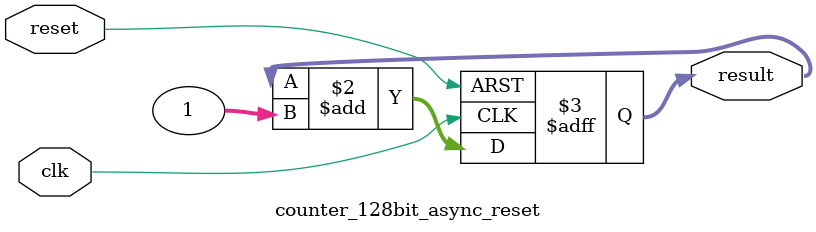
<source format=v>

module counter_128bit_async_reset (
	clk,
	reset,
	result
);

	input clk;
	input reset;
	output [127:0] result;

	reg [127:0] result;

	always @(posedge clk or posedge reset)
	begin
		if (reset) 
			result = 0;		
		else 
			result = result + 1;
	end
endmodule		

</source>
